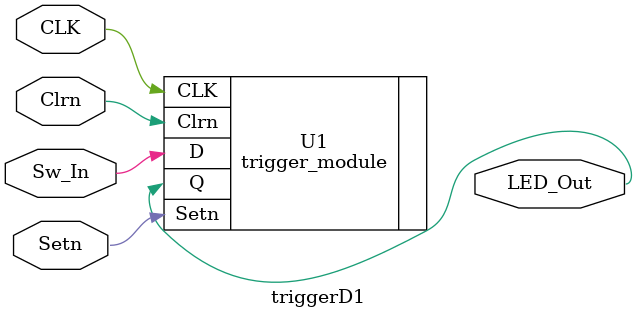
<source format=v>
module triggerD1
(
	CLK, Setn, Clrn, Sw_In, LED_Out
);
	
    input CLK;
	 input Setn;
	 input Clrn;
	 input Sw_In;
	 output LED_Out;

	trigger_module U1
	(
		.CLK( CLK ) ,	// input  
		.Setn( Setn ) ,	// input - from top
		.Clrn( Clrn ) ,	// input - from top
		.D( Sw_In ) ,	// input - from top
		.Q( LED_Out ) 	// output - to top
	);	
	
endmodule 
</source>
